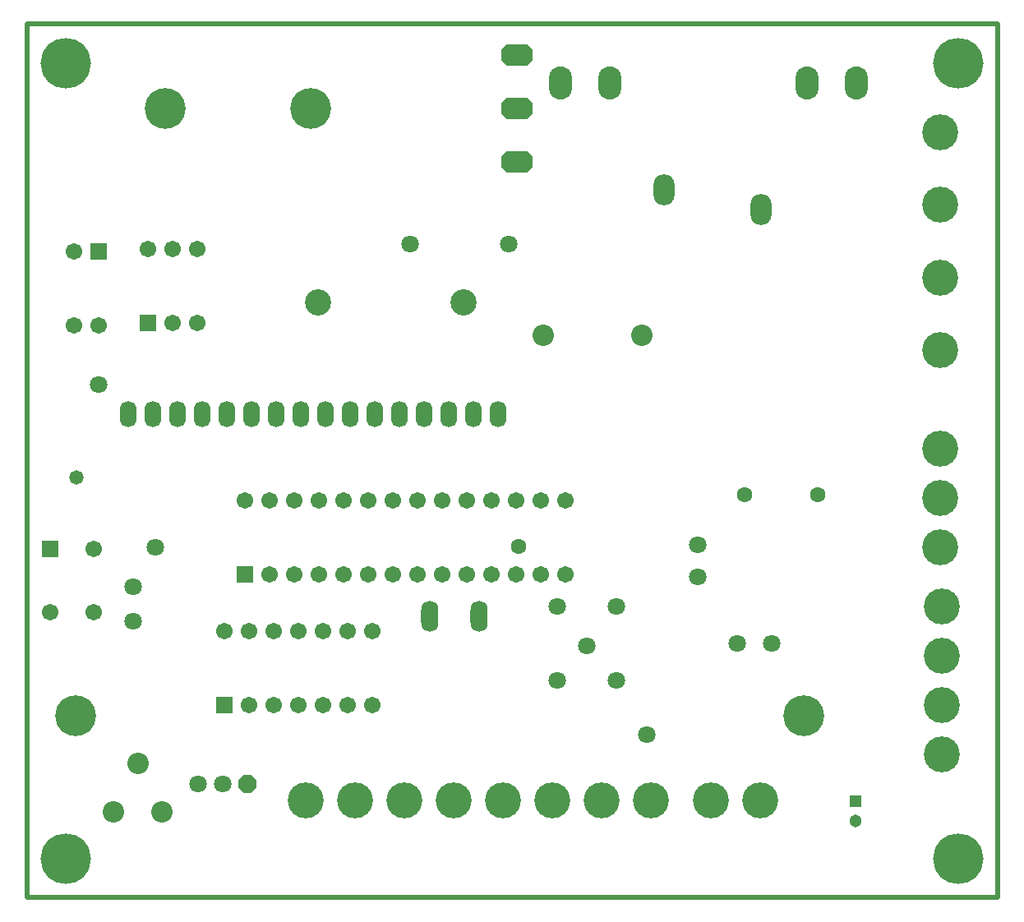
<source format=gbs>
%FSLAX24Y24*%
%MOIN*%
G70*
G01*
G75*
G04 Layer_Color=16711935*
%ADD10R,0.0630X0.0709*%
%ADD11R,0.1378X0.0640*%
%ADD12R,0.0709X0.0630*%
%ADD13R,0.0472X0.0551*%
%ADD14R,0.0551X0.0591*%
%ADD15R,0.0591X0.0551*%
%ADD16R,0.0551X0.0472*%
%ADD17R,0.1339X0.0394*%
%ADD18R,0.3386X0.4213*%
%ADD19R,0.0512X0.1024*%
%ADD20R,0.0591X0.0472*%
%ADD21R,0.0360X0.0360*%
%ADD22R,0.0360X0.0500*%
%ADD23R,0.0360X0.0360*%
%ADD24R,0.0500X0.0360*%
%ADD25C,0.0240*%
%ADD26C,0.1400*%
%ADD27C,0.1000*%
%ADD28C,0.0600*%
%ADD29C,0.0400*%
%ADD30C,0.0160*%
%ADD31C,0.0500*%
%ADD32C,0.0800*%
%ADD33C,0.0197*%
%ADD34C,0.1575*%
G04:AMPARAMS|DCode=35|XSize=78.7mil|YSize=118.1mil|CornerRadius=0mil|HoleSize=0mil|Usage=FLASHONLY|Rotation=90.000|XOffset=0mil|YOffset=0mil|HoleType=Round|Shape=Octagon|*
%AMOCTAGOND35*
4,1,8,-0.0591,-0.0197,-0.0591,0.0197,-0.0394,0.0394,0.0394,0.0394,0.0591,0.0197,0.0591,-0.0197,0.0394,-0.0394,-0.0394,-0.0394,-0.0591,-0.0197,0.0*
%
%ADD35OCTAGOND35*%

%ADD36O,0.0591X0.0984*%
%ADD37C,0.0984*%
%ADD38C,0.0551*%
%ADD39R,0.0591X0.0591*%
%ADD40C,0.0591*%
%ADD41C,0.1378*%
%ADD42C,0.0591*%
%ADD43R,0.0591X0.0591*%
%ADD44O,0.0620X0.1181*%
%ADD45C,0.0787*%
%ADD46C,0.0630*%
%ADD47O,0.0787X0.1181*%
%ADD48R,0.0433X0.0433*%
%ADD49C,0.0433*%
%ADD50O,0.0866X0.1260*%
%ADD51P,0.0682X8X202.5*%
%ADD52C,0.0500*%
%ADD53C,0.1969*%
%ADD54C,0.0100*%
%ADD55C,0.0079*%
%ADD56C,0.0236*%
%ADD57C,0.0098*%
%ADD58C,0.0080*%
%ADD59C,0.0120*%
%ADD60C,0.0070*%
%ADD61C,0.0050*%
%ADD62R,0.0710X0.0789*%
%ADD63R,0.1458X0.0720*%
%ADD64R,0.0789X0.0710*%
%ADD65R,0.0552X0.0631*%
%ADD66R,0.0631X0.0671*%
%ADD67R,0.0671X0.0631*%
%ADD68R,0.0631X0.0552*%
%ADD69R,0.1419X0.0474*%
%ADD70R,0.3466X0.4293*%
%ADD71R,0.0592X0.1104*%
%ADD72R,0.0671X0.0552*%
%ADD73R,0.0440X0.0440*%
%ADD74R,0.0440X0.0580*%
%ADD75R,0.0440X0.0440*%
%ADD76R,0.0580X0.0440*%
%ADD77C,0.1655*%
G04:AMPARAMS|DCode=78|XSize=86.7mil|YSize=126.1mil|CornerRadius=0mil|HoleSize=0mil|Usage=FLASHONLY|Rotation=90.000|XOffset=0mil|YOffset=0mil|HoleType=Round|Shape=Octagon|*
%AMOCTAGOND78*
4,1,8,-0.0631,-0.0217,-0.0631,0.0217,-0.0414,0.0434,0.0414,0.0434,0.0631,0.0217,0.0631,-0.0217,0.0414,-0.0434,-0.0414,-0.0434,-0.0631,-0.0217,0.0*
%
%ADD78OCTAGOND78*%

%ADD79O,0.0671X0.1064*%
%ADD80C,0.1064*%
%ADD81C,0.0631*%
%ADD82R,0.0671X0.0671*%
%ADD83C,0.0671*%
%ADD84C,0.1458*%
%ADD85C,0.0671*%
%ADD86R,0.0671X0.0671*%
%ADD87O,0.0700X0.1261*%
%ADD88C,0.0867*%
%ADD89C,0.0710*%
%ADD90O,0.0867X0.1261*%
%ADD91R,0.0513X0.0513*%
%ADD92C,0.0513*%
%ADD93O,0.0946X0.1340*%
%ADD94P,0.0768X8X202.5*%
%ADD95C,0.0580*%
%ADD96C,0.2049*%
D33*
X20200Y10107D02*
Y45541D01*
X59570D01*
Y10107D02*
Y45541D01*
X20200Y10107D02*
X59570D01*
D77*
X31702Y42107D02*
D03*
X25797D02*
D03*
X22180Y17497D02*
D03*
X51710Y17492D02*
D03*
D78*
X40068Y42107D02*
D03*
Y39942D02*
D03*
Y44273D02*
D03*
D79*
X32300Y29707D02*
D03*
X33300D02*
D03*
X31300D02*
D03*
X30300D02*
D03*
X24300D02*
D03*
X25300D02*
D03*
X26300D02*
D03*
X27300D02*
D03*
X28300D02*
D03*
X29300D02*
D03*
X34300D02*
D03*
X35300D02*
D03*
X36300D02*
D03*
X37300D02*
D03*
X38300D02*
D03*
X39300D02*
D03*
D80*
X37903Y34257D02*
D03*
X31997D02*
D03*
D81*
X49300Y26457D02*
D03*
X52290D02*
D03*
X40160Y24357D02*
D03*
D82*
X28200Y17907D02*
D03*
D83*
X29200D02*
D03*
X30200D02*
D03*
X31200D02*
D03*
X32200D02*
D03*
X33200D02*
D03*
X34200D02*
D03*
X28200Y20907D02*
D03*
X29200D02*
D03*
X30200D02*
D03*
X31200D02*
D03*
X32200D02*
D03*
X33200D02*
D03*
X34200D02*
D03*
X21150Y21698D02*
D03*
X22922Y24257D02*
D03*
D84*
X47950Y14057D02*
D03*
X49950D02*
D03*
X33500D02*
D03*
X31500D02*
D03*
X35500D02*
D03*
X41500D02*
D03*
X37500D02*
D03*
X39500D02*
D03*
X43500D02*
D03*
X45500D02*
D03*
X57250Y26307D02*
D03*
Y24307D02*
D03*
Y28307D02*
D03*
Y41166D02*
D03*
Y38213D02*
D03*
Y32307D02*
D03*
Y35260D02*
D03*
X57300Y21907D02*
D03*
Y19907D02*
D03*
Y15907D02*
D03*
Y17907D02*
D03*
D85*
X22100Y33320D02*
D03*
X23100D02*
D03*
X22100Y36320D02*
D03*
X26100Y33420D02*
D03*
X27100D02*
D03*
X25100Y36420D02*
D03*
X26100D02*
D03*
X27100D02*
D03*
X42050Y26207D02*
D03*
X41050D02*
D03*
X40050D02*
D03*
X39050D02*
D03*
X38050D02*
D03*
X37050D02*
D03*
X36050D02*
D03*
X35050D02*
D03*
X34050D02*
D03*
X33050D02*
D03*
X32050D02*
D03*
X31050D02*
D03*
X30050D02*
D03*
X29050D02*
D03*
X42050Y23207D02*
D03*
X41050D02*
D03*
X40050D02*
D03*
X39050D02*
D03*
X38050D02*
D03*
X37050D02*
D03*
X36050D02*
D03*
X35050D02*
D03*
X34050D02*
D03*
X33050D02*
D03*
X32050D02*
D03*
X31050D02*
D03*
X30050D02*
D03*
X22922Y21698D02*
D03*
D86*
X23100Y36320D02*
D03*
X25100Y33420D02*
D03*
X29050Y23207D02*
D03*
X21150Y24257D02*
D03*
D87*
X36550Y21507D02*
D03*
X38550D02*
D03*
D88*
X25684Y13589D02*
D03*
X23716D02*
D03*
X24700Y15557D02*
D03*
X41150Y32907D02*
D03*
X45150D02*
D03*
D89*
X35750Y36607D02*
D03*
X39750D02*
D03*
X28150Y14707D02*
D03*
X27150D02*
D03*
X44100Y18907D02*
D03*
Y21907D02*
D03*
X41700Y18907D02*
D03*
Y21907D02*
D03*
X42900Y20307D02*
D03*
X25400Y24307D02*
D03*
X24500Y21307D02*
D03*
Y22707D02*
D03*
X45350Y16707D02*
D03*
X23100Y30907D02*
D03*
X49000Y20407D02*
D03*
X50400D02*
D03*
X47400Y23107D02*
D03*
Y24407D02*
D03*
D90*
X46031Y38801D02*
D03*
X49969Y38014D02*
D03*
D91*
X53800Y14001D02*
D03*
D92*
Y13214D02*
D03*
D93*
X41847Y43157D02*
D03*
X43853D02*
D03*
X51847D02*
D03*
X53853D02*
D03*
D94*
X29150Y14707D02*
D03*
D95*
X22200Y27157D02*
D03*
D96*
X21775Y11682D02*
D03*
X57995D02*
D03*
Y43966D02*
D03*
X21775D02*
D03*
M02*

</source>
